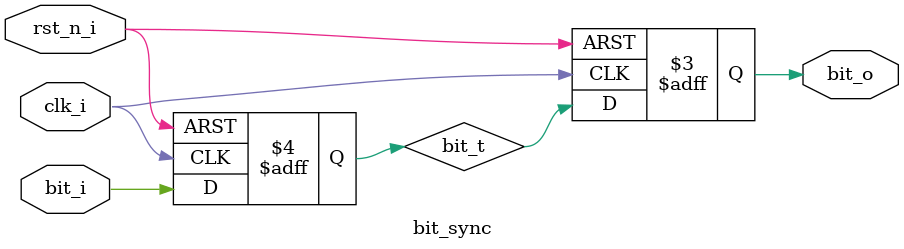
<source format=sv>
/*
 * bit_sync.sv
 *
 *  Created on: 2021-06-09 16:38
 *      Author: Jack Chen <redchenjs@live.com>
 */

module bit_sync(
    input logic clk_i,
    input logic rst_n_i,

    input  logic bit_i,
    output logic bit_o
);

logic bit_t;

always_ff @(posedge clk_i or negedge rst_n_i)
begin
    if (!rst_n_i) begin
        bit_t <= 'b0;
        bit_o <= 'b0;
    end else begin
        bit_t <= bit_i;
        bit_o <= bit_t;
    end
end

endmodule

</source>
